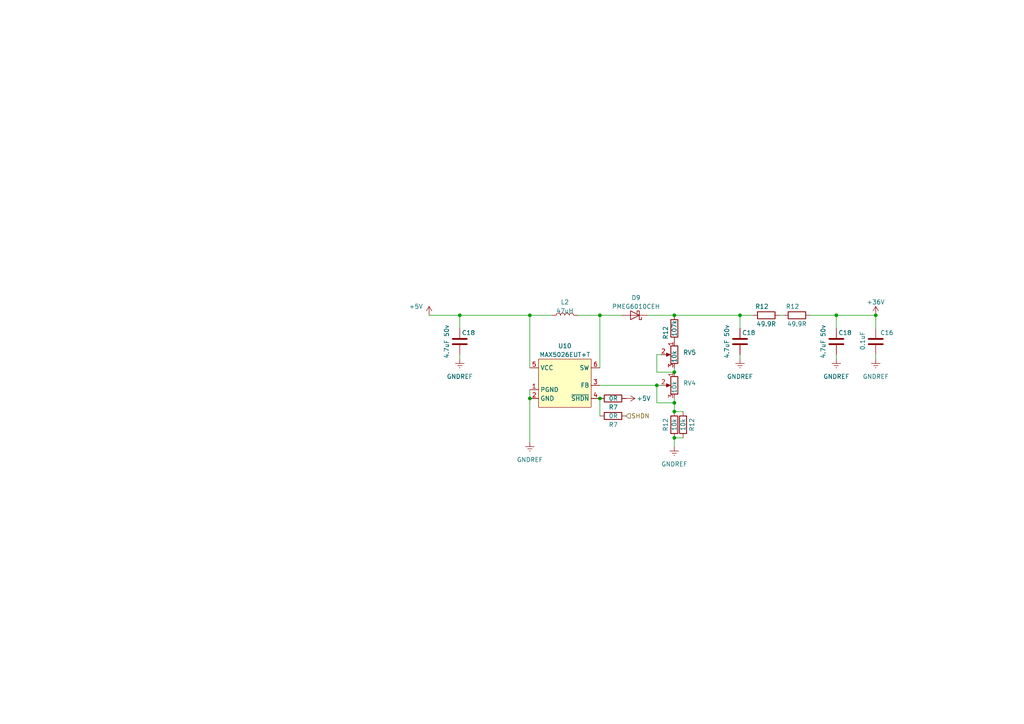
<source format=kicad_sch>
(kicad_sch (version 20230121) (generator eeschema)
  (paper "A4")
  (lib_symbols
    (symbol "Device:C" (pin_numbers hide) (pin_names (offset 0.254))
      (property "Reference" "C" (at 0.635 2.54 0))
      (property "Value" "C" (at 0.635 -2.54 0))
      (symbol "C_0_1"
        (polyline (pts (xy -2.032 -0.762) (xy 2.032 -0.762)) (stroke (width 0.508)))
        (polyline (pts (xy -2.032 0.762) (xy 2.032 0.762)) (stroke (width 0.508)))
      )
      (symbol "C_1_1"
        (pin passive line (at 0 3.81 270) (length 2.794) (name "~") (number "1"))
        (pin passive line (at 0 -3.81 90) (length 2.794) (name "~") (number "2"))
      )
    )
    (symbol "Device:L" (pin_numbers hide) (pin_names (offset 1.016) hide)
      (property "Reference" "L" (at -1.27 0 90))
      (property "Value" "L" (at 1.905 0 90))
      (symbol "L_0_1"
        (arc (start 0 -2.54) (mid 0.6323 -1.905) (end 0 -1.27))
        (arc (start 0 -1.27) (mid 0.6323 -0.635) (end 0 0))
        (arc (start 0 0) (mid 0.6323 0.635) (end 0 1.27))
        (arc (start 0 1.27) (mid 0.6323 1.905) (end 0 2.54))
      )
      (symbol "L_1_1"
        (pin passive line (at 0 3.81 270) (length 1.27) (name "1") (number "1"))
        (pin passive line (at 0 -3.81 90) (length 1.27) (name "2") (number "2"))
      )
    )
    (symbol "Device:R" (pin_numbers hide) (pin_names (offset 0))
      (property "Reference" "R" (at 2.032 0 90))
      (property "Value" "R" (at 0 0 90))
      (symbol "R_0_1"
        (rectangle (start -1.016 -2.54) (end 1.016 2.54) (stroke (width 0.254)))
      )
      (symbol "R_1_1"
        (pin passive line (at 0 3.81 270) (length 1.27) (name "~") (number "1"))
        (pin passive line (at 0 -3.81 90) (length 1.27) (name "~") (number "2"))
      )
    )
    (symbol "Device:R_Potentiometer" (pin_names (offset 1.016) hide)
      (property "Reference" "RV" (at -4.445 0 90))
      (property "Value" "R_Potentiometer" (at -2.54 0 90))
      (symbol "R_Potentiometer_0_1"
        (polyline (pts (xy 2.54 0) (xy 1.524 0)))
        (polyline (pts (xy 1.143 0) (xy 2.286 0.508) (xy 2.286 -0.508) (xy 1.143 0)) (fill (type outline)))
        (rectangle (start 1.016 2.54) (end -1.016 -2.54) (stroke (width 0.254)))
      )
      (symbol "R_Potentiometer_1_1"
        (pin passive line (at 0 3.81 270) (length 1.27) (name "1") (number "1"))
        (pin passive line (at 3.81 0 180) (length 1.27) (name "2") (number "2"))
        (pin passive line (at 0 -3.81 90) (length 1.27) (name "3") (number "3"))
      )
    )
    (symbol "Diode:PMEG6010CEH" (pin_numbers hide) (pin_names hide)
      (property "Reference" "D" (at 0 2.54 0))
      (property "Value" "PMEG6010CEH" (at 0 -2.54 0))
      (symbol "PMEG6010CEH_0_1"
        (polyline (pts (xy 1.27 0) (xy -1.27 0)))
        (polyline (pts (xy 1.27 1.27) (xy 1.27 -1.27) (xy -1.27 0) (xy 1.27 1.27)) (stroke (width 0.2032)))
        (polyline (pts (xy -1.905 0.635) (xy -1.905 1.27) (xy -1.27 1.27) (xy -1.27 -1.27) (xy -0.635 -1.27) (xy -0.635 -0.635)) (stroke (width 0.2032)))
      )
      (symbol "PMEG6010CEH_1_1"
        (pin passive line (at -3.81 0 0) (length 2.54) (name "K") (number "1"))
        (pin passive line (at 3.81 0 180) (length 2.54) (name "A") (number "2"))
      )
    )
    (symbol "adclib:MAX5026E"
      (property "Reference" "U" (at -7.62 7.62 0))
      (property "Value" "MAX5026EUT+T" (at 6.35 7.62 0))
      (symbol "MAX5026E_0_0"
        (pin power_in line (at -10.16 -2.54 0) (length 2.54) (name "PGND") (number "1"))
        (pin power_in line (at -10.16 -5.08 0) (length 2.54) (name "GND") (number "2"))
        (pin input line (at 10.16 -1.27 180) (length 2.54) (name "FB") (number "3"))
        (pin input line (at 10.16 -5.08 180) (length 2.54) (name "~{SHDN}") (number "4"))
        (pin power_in line (at -10.16 3.81 0) (length 2.54) (name "VCC") (number "5"))
        (pin power_in line (at 10.16 3.81 180) (length 2.54) (name "SW") (number "6"))
      )
      (symbol "MAX5026E_0_1"
        (rectangle (start -7.62 6.35) (end 7.62 -7.62) (fill (type background)))
      )
    )
    (symbol "power:+36V" (power) (pin_names (offset 0))
      (property "Value" "+36V" (at 0 3.556 0))
      (symbol "+36V_0_1"
        (polyline (pts (xy -0.762 1.27) (xy 0 2.54)))
        (polyline (pts (xy 0 0) (xy 0 2.54)))
        (polyline (pts (xy 0 2.54) (xy 0.762 1.27)))
      )
      (symbol "+36V_1_1"
        (pin power_in line (at 0 0 90) (length 0) hide (name "+36V") (number "1"))
      )
    )
    (symbol "power:+5V" (power) (pin_names (offset 0))
      (property "Value" "+5V" (at 0 3.556 0))
      (symbol "+5V_0_1"
        (polyline (pts (xy -0.762 1.27) (xy 0 2.54)))
        (polyline (pts (xy 0 0) (xy 0 2.54)))
        (polyline (pts (xy 0 2.54) (xy 0.762 1.27)))
      )
      (symbol "+5V_1_1"
        (pin power_in line (at 0 0 90) (length 0) hide (name "+5V") (number "1"))
      )
    )
    (symbol "power:GNDREF" (power) (pin_names (offset 0))
      (property "Value" "GNDREF" (at 0 -3.81 0))
      (symbol "GNDREF_0_1"
        (polyline (pts (xy -0.635 -1.905) (xy 0.635 -1.905)))
        (polyline (pts (xy -0.127 -2.54) (xy 0.127 -2.54)))
        (polyline (pts (xy 0 -1.27) (xy 0 0)))
        (polyline (pts (xy 1.27 -1.27) (xy -1.27 -1.27)))
      )
      (symbol "GNDREF_1_1"
        (pin power_in line (at 0 0 270) (length 0) hide (name "GNDREF") (number "1"))
      )
    )
  )
  (junction (at 153.67 115.57))
  (junction (at 195.58 107.95))
  (junction (at 195.58 116.84))
  (junction (at 214.63 91.44))
  (junction (at 254 91.44))
  (junction (at 153.67 91.44))
  (junction (at 195.58 127))
  (junction (at 242.57 91.44))
  (junction (at 133.35 91.44))
  (junction (at 173.99 115.57))
  (junction (at 173.99 91.44))
  (junction (at 195.58 119.38))
  (junction (at 195.58 91.44))
  (junction (at 190.5 111.76))
  (wire (pts (xy 242.57 102.87) (xy 242.57 104.14)))
  (wire (pts (xy 153.67 91.44) (xy 153.67 106.68)))
  (wire (pts (xy 254 91.44) (xy 254 95.25)))
  (wire (pts (xy 214.63 102.87) (xy 214.63 104.14)))
  (wire (pts (xy 195.58 119.38) (xy 198.12 119.38)))
  (wire (pts (xy 190.5 111.76) (xy 190.5 116.84)))
  (wire (pts (xy 214.63 95.25) (xy 214.63 91.44)))
  (wire (pts (xy 124.46 91.44) (xy 133.35 91.44)))
  (wire (pts (xy 153.67 115.57) (xy 153.67 128.27)))
  (wire (pts (xy 242.57 91.44) (xy 254 91.44)))
  (wire (pts (xy 187.96 91.44) (xy 195.58 91.44)))
  (wire (pts (xy 153.67 113.03) (xy 153.67 115.57)))
  (wire (pts (xy 167.64 91.44) (xy 173.99 91.44)))
  (wire (pts (xy 173.99 111.76) (xy 190.5 111.76)))
  (wire (pts (xy 242.57 91.44) (xy 234.95 91.44)))
  (wire (pts (xy 190.5 116.84) (xy 195.58 116.84)))
  (wire (pts (xy 214.63 91.44) (xy 218.44 91.44)))
  (wire (pts (xy 195.58 129.54) (xy 195.58 127)))
  (wire (pts (xy 190.5 111.76) (xy 191.77 111.76)))
  (wire (pts (xy 190.5 107.95) (xy 195.58 107.95)))
  (wire (pts (xy 173.99 91.44) (xy 173.99 106.68)))
  (wire (pts (xy 133.35 95.25) (xy 133.35 91.44)))
  (wire (pts (xy 254 104.14) (xy 254 102.87)))
  (wire (pts (xy 226.06 91.44) (xy 227.33 91.44)))
  (wire (pts (xy 195.58 107.95) (xy 195.58 106.68)))
  (wire (pts (xy 214.63 91.44) (xy 195.58 91.44)))
  (wire (pts (xy 190.5 102.87) (xy 190.5 107.95)))
  (wire (pts (xy 242.57 95.25) (xy 242.57 91.44)))
  (wire (pts (xy 160.02 91.44) (xy 153.67 91.44)))
  (wire (pts (xy 173.99 91.44) (xy 180.34 91.44)))
  (wire (pts (xy 190.5 102.87) (xy 191.77 102.87)))
  (wire (pts (xy 173.99 115.57) (xy 173.99 120.65)))
  (wire (pts (xy 133.35 102.87) (xy 133.35 104.14)))
  (wire (pts (xy 195.58 119.38) (xy 195.58 116.84)))
  (wire (pts (xy 195.58 116.84) (xy 195.58 115.57)))
  (wire (pts (xy 133.35 91.44) (xy 153.67 91.44)))
  (wire (pts (xy 195.58 127) (xy 198.12 127)))
  (hierarchical_label "SHDN" (shape input) (at 181.61 120.65 0))
  (symbol (lib_id "Device:C") (at 133.35 99.06 180) (unit 1)
    (property "Reference" "C18" (at 135.89 96.52 0))
    (property "Value" "4.7uF 50v" (at 129.54 99.06 90))
    (property "Footprint" "Capacitor_SMD:C_0805_2012Metric" (effects hide))
    (property "INFO" "DIGIKEY" (effects hide))
    (instances (project "ESP-methanesense" (path "" (reference "C18") (unit 1)) (path "" (reference "C9") (unit 1)) (path "" (reference "C16") (unit 1)) (path "" (reference "C29") (unit 1))) (project "opengeiger" (path "" (reference "C8") (unit 1))))
  )
  (symbol (lib_id "power:GNDREF") (at 242.57 104.14 0) (unit 1)
    (property "Reference" "#PWR043" (effects hide))
    (property "Value" "GNDREF" (at 242.57 109.22 0))
    (instances (project "ESP-methanesense" (path "" (reference "#PWR043") (unit 1)) (path "" (reference "#PWR046") (unit 1)) (path "" (reference "#PWR0103") (unit 1))) (project "opengeiger" (path "" (reference "#PWR032") (unit 1))))
  )
  (symbol (lib_id "Device:R") (at 177.8 115.57 270) (unit 1)
    (property "Reference" "R7" (at 176.53 118.11 90) (effects (justify left)))
    (property "Value" "0R" (at 176.53 115.57 90) (effects (justify left)))
    (property "Footprint" "Resistor_SMD:R_1206_3216Metric_Pad1.30x1.75mm_HandSolder" (effects hide))
    (property "Datasheet" "https://fscdn.rohm.com/en/products/databook/datasheet/passive/resistor/chip_resistor/ktr-e.pdf" (effects hide))
    (property "MPN" "KTR18EZPF0" (effects hide))
    (property "INFO" "DIGIKEY" (effects hide))
    (property "Supplier Part Number" "RHM0RAIDKR-ND" (effects hide))
    (property "PLACE" "NOPLACE" (effects hide))
    (instances (project "ESP-methanesense" (path "" (reference "R7") (unit 1)) (path "" (reference "R1") (unit 1)) (path "" (reference "R36") (unit 1))) (project "opengeiger" (path "" (reference "R30") (unit 1))))
  )
  (symbol (lib_id "adclib:MAX5026E") (at 163.83 110.49 0) (unit 1)
    (property "Reference" "U10" (at 163.83 100.33 0))
    (property "Value" "MAX5026EUT+T" (at 163.83 102.87 0))
    (property "Footprint" "Package_TO_SOT_SMD:TSOT-23-6" (effects hide))
    (property "Datasheet" "https://www.analog.com/media/en/technical-documentation/data-sheets/MAX5025-MAX5028.pdf" (effects hide))
  )
  (symbol (lib_id "Device:C") (at 214.63 99.06 180) (unit 1)
    (property "Reference" "C18" (at 217.17 96.52 0))
    (property "Value" "4.7uF 50v" (at 210.82 99.06 90))
    (property "Footprint" "Capacitor_SMD:C_0805_2012Metric" (effects hide))
    (property "INFO" "DIGIKEY" (effects hide))
    (instances (project "ESP-methanesense" (path "" (reference "C18") (unit 1)) (path "" (reference "C9") (unit 1)) (path "" (reference "C16") (unit 1)) (path "" (reference "C26") (unit 1))) (project "opengeiger" (path "" (reference "C8") (unit 1))))
  )
  (symbol (lib_id "power:GNDREF") (at 195.58 129.54 0) (unit 1)
    (property "Reference" "#PWR043" (effects hide))
    (property "Value" "GNDREF" (at 195.58 134.62 0))
    (instances (project "ESP-methanesense" (path "" (reference "#PWR043") (unit 1)) (path "" (reference "#PWR046") (unit 1)) (path "" (reference "#PWR098") (unit 1))) (project "opengeiger" (path "" (reference "#PWR032") (unit 1))))
  )
  (symbol (lib_id "Device:C") (at 254 99.06 0) (unit 1)
    (property "Reference" "C16" (at 255.27 96.52 0) (effects (justify left)))
    (property "Value" "0.1uF" (at 250.19 101.6 90) (effects (justify left)))
    (property "Footprint" "Capacitor_SMD:C_0603_1608Metric_Pad1.08x0.95mm_HandSolder" (effects hide))
    (property "MPN" "06035C104KAT4A" (effects hide))
    (property "INFO" "DIGIKEY" (effects hide))
    (property "Supplier Part Number" "478-10346-1-ND" (effects hide))
    (instances (project "ESP-methanesense" (path "" (reference "C16") (unit 1)) (path "" (reference "C1") (unit 1)) (path "" (reference "C28") (unit 1))) (project "opengeiger" (path "" (reference "C15") (unit 1))))
  )
  (symbol (lib_id "Diode:PMEG6010CEH") (at 184.15 91.44 180) (unit 1)
    (property "Reference" "D7" (at 184.4675 86.36 0))
    (property "Value" "PMEG6010CEH" (at 184.4675 88.9 0))
    (property "Footprint" "Diode_SMD:D_SOD-123F" (effects hide))
    (property "Datasheet" "https://assets.nexperia.com/documents/data-sheet/PMEG6010CEH_PMEG6010CEJ.pdf" (effects hide))
    (instances (project "ESP-methanesense" (path "" (reference "D9") (unit 1))))
  )
  (symbol (lib_id "power:+36V") (at 254 91.44 0) (unit 1)
    (property "Reference" "#PWR0100" (effects hide))
    (property "Value" "+36V" (at 254 87.63 0))
  )
  (symbol (lib_id "Device:R") (at 177.8 120.65 270) (unit 1)
    (property "Reference" "R7" (at 176.53 123.19 90) (effects (justify left)))
    (property "Value" "0R" (at 176.53 120.65 90) (effects (justify left)))
    (property "Footprint" "Resistor_SMD:R_1206_3216Metric_Pad1.30x1.75mm_HandSolder" (effects hide))
    (property "Datasheet" "https://fscdn.rohm.com/en/products/databook/datasheet/passive/resistor/chip_resistor/ktr-e.pdf" (effects hide))
    (property "MPN" "KTR18EZPF0" (effects hide))
    (property "INFO" "DIGIKEY" (effects hide))
    (property "Supplier Part Number" "RHM0RAIDKR-ND" (effects hide))
    (property "PLACE" "NOPLACE" (effects hide))
    (instances (project "ESP-methanesense" (path "" (reference "R7") (unit 1)) (path "" (reference "R1") (unit 1)) (path "" (reference "R37") (unit 1))) (project "opengeiger" (path "" (reference "R30") (unit 1))))
  )
  (symbol (lib_id "Device:R") (at 195.58 95.25 180) (unit 1)
    (property "Reference" "R12" (at 193.04 96.52 90))
    (property "Value" "107k" (at 195.58 95.25 90))
    (property "Footprint" "Resistor_SMD:R_0603_1608Metric_Pad0.98x0.95mm_HandSolder" (effects hide))
    (property "MPN" "RMCF0603JT5K10" (effects hide))
    (property "INFO" "DIGIKEY" (effects hide))
    (property "Supplier Part Number" "RMCF0603JT5K10DKR-ND" (effects hide))
    (instances (project "ESP-methanesense" (path "" (reference "R12") (unit 1)) (path "" (reference "R3") (unit 1)) (path "" (reference "R33") (unit 1))) (project "opengeiger" (path "" (reference "R14") (unit 1))))
  )
  (symbol (lib_id "Device:R") (at 222.25 91.44 90) (unit 1)
    (property "Reference" "R12" (at 220.98 88.9 90))
    (property "Value" "49.9R" (at 222.25 93.98 90))
    (property "Footprint" "Resistor_SMD:R_0603_1608Metric_Pad0.98x0.95mm_HandSolder" (effects hide))
    (property "MPN" "RMCF0603JT5K10" (effects hide))
    (property "INFO" "DIGIKEY" (effects hide))
    (property "Supplier Part Number" "RMCF0603JT5K10DKR-ND" (effects hide))
    (instances (project "ESP-methanesense" (path "" (reference "R12") (unit 1)) (path "" (reference "R3") (unit 1)) (path "" (reference "R34") (unit 1))) (project "opengeiger" (path "" (reference "R14") (unit 1))))
  )
  (symbol (lib_id "power:+5V") (at 181.61 115.57 270) (unit 1)
    (property "Reference" "#PWR05" (effects hide))
    (property "Value" "+5V" (at 186.69 115.57 90))
    (instances (project "ESP-methanesense" (path "" (reference "#PWR05") (unit 1)) (path "" (reference "#PWR01") (unit 1)) (path "" (reference "#PWR01") (unit 1)) (path "" (reference "#PWR0106") (unit 1))) (project "opengeiger" (path "" (reference "#PWR06") (unit 1))))
  )
  (symbol (lib_id "Device:R_Potentiometer") (at 195.58 111.76 0) (mirror y) (unit 1)
    (property "Reference" "RV2" (at 198.12 111.125 0) (effects (justify right)))
    (property "Value" "10k" (at 195.58 110.49 90) (effects (justify right)))
    (instances (project "ESP-methanesense" (path "" (reference "RV4") (unit 1))))
  )
  (symbol (lib_id "power:GNDREF") (at 254 104.14 0) (unit 1)
    (property "Reference" "#PWR043" (effects hide))
    (property "Value" "GNDREF" (at 254 109.22 0))
    (instances (project "ESP-methanesense" (path "" (reference "#PWR043") (unit 1)) (path "" (reference "#PWR046") (unit 1)) (path "" (reference "#PWR0104") (unit 1))) (project "opengeiger" (path "" (reference "#PWR032") (unit 1))))
  )
  (symbol (lib_id "Device:R") (at 195.58 123.19 180) (unit 1)
    (property "Reference" "R12" (at 193.04 123.19 90))
    (property "Value" "10k" (at 195.58 123.19 90))
    (property "Footprint" "Resistor_SMD:R_0603_1608Metric_Pad0.98x0.95mm_HandSolder" (effects hide))
    (property "MPN" "RMCF0603JT5K10" (effects hide))
    (property "INFO" "DIGIKEY" (effects hide))
    (property "Supplier Part Number" "RMCF0603JT5K10DKR-ND" (effects hide))
    (instances (project "ESP-methanesense" (path "" (reference "R12") (unit 1)) (path "" (reference "R3") (unit 1)) (path "" (reference "R25") (unit 1))) (project "opengeiger" (path "" (reference "R14") (unit 1))))
  )
  (symbol (lib_id "Device:R_Potentiometer") (at 195.58 102.87 0) (mirror y) (unit 1)
    (property "Reference" "RV2" (at 198.12 102.235 0) (effects (justify right)))
    (property "Value" "10k" (at 195.58 101.6 90) (effects (justify right)))
    (instances (project "ESP-methanesense" (path "" (reference "RV5") (unit 1))))
  )
  (symbol (lib_id "power:GNDREF") (at 214.63 104.14 0) (unit 1)
    (property "Reference" "#PWR043" (effects hide))
    (property "Value" "GNDREF" (at 214.63 109.22 0))
    (instances (project "ESP-methanesense" (path "" (reference "#PWR043") (unit 1)) (path "" (reference "#PWR046") (unit 1)) (path "" (reference "#PWR0101") (unit 1))) (project "opengeiger" (path "" (reference "#PWR032") (unit 1))))
  )
  (symbol (lib_id "power:GNDREF") (at 153.67 128.27 0) (unit 1)
    (property "Reference" "#PWR043" (effects hide))
    (property "Value" "GNDREF" (at 153.67 133.35 0))
    (instances (project "ESP-methanesense" (path "" (reference "#PWR043") (unit 1)) (path "" (reference "#PWR046") (unit 1)) (path "" (reference "#PWR099") (unit 1))) (project "opengeiger" (path "" (reference "#PWR032") (unit 1))))
  )
  (symbol (lib_id "Device:L") (at 163.83 91.44 90) (unit 1)
    (property "Reference" "L2" (at 163.83 87.63 90))
    (property "Value" "47uH" (at 163.83 90.17 90))
  )
  (symbol (lib_id "Device:R") (at 231.14 91.44 90) (unit 1)
    (property "Reference" "R12" (at 229.87 88.9 90))
    (property "Value" "49.9R" (at 231.14 93.98 90))
    (property "Footprint" "Resistor_SMD:R_0603_1608Metric_Pad0.98x0.95mm_HandSolder" (effects hide))
    (property "MPN" "RMCF0603JT5K10" (effects hide))
    (property "INFO" "DIGIKEY" (effects hide))
    (property "Supplier Part Number" "RMCF0603JT5K10DKR-ND" (effects hide))
    (instances (project "ESP-methanesense" (path "" (reference "R12") (unit 1)) (path "" (reference "R3") (unit 1)) (path "" (reference "R35") (unit 1))) (project "opengeiger" (path "" (reference "R14") (unit 1))))
  )
  (symbol (lib_id "Device:R") (at 198.12 123.19 0) (mirror x) (unit 1)
    (property "Reference" "R12" (at 200.66 123.19 90))
    (property "Value" "10k" (at 198.12 123.19 90))
    (property "Footprint" "Resistor_SMD:R_0603_1608Metric_Pad0.98x0.95mm_HandSolder" (effects hide))
    (property "MPN" "RMCF0603JT5K10" (effects hide))
    (property "INFO" "DIGIKEY" (effects hide))
    (property "Supplier Part Number" "RMCF0603JT5K10DKR-ND" (effects hide))
    (instances (project "ESP-methanesense" (path "" (reference "R12") (unit 1)) (path "" (reference "R3") (unit 1)) (path "" (reference "R32") (unit 1))) (project "opengeiger" (path "" (reference "R14") (unit 1))))
  )
  (symbol (lib_id "power:GNDREF") (at 133.35 104.14 0) (unit 1)
    (property "Reference" "#PWR043" (effects hide))
    (property "Value" "GNDREF" (at 133.35 109.22 0))
    (instances (project "ESP-methanesense" (path "" (reference "#PWR043") (unit 1)) (path "" (reference "#PWR046") (unit 1)) (path "" (reference "#PWR0105") (unit 1))) (project "opengeiger" (path "" (reference "#PWR032") (unit 1))))
  )
  (symbol (lib_id "Device:C") (at 242.57 99.06 180) (unit 1)
    (property "Reference" "C18" (at 245.11 96.52 0))
    (property "Value" "4.7uF 50v" (at 238.76 99.06 90))
    (property "Footprint" "Capacitor_SMD:C_0805_2012Metric" (effects hide))
    (property "INFO" "DIGIKEY" (effects hide))
    (instances (project "ESP-methanesense" (path "" (reference "C18") (unit 1)) (path "" (reference "C9") (unit 1)) (path "" (reference "C16") (unit 1)) (path "" (reference "C27") (unit 1))) (project "opengeiger" (path "" (reference "C8") (unit 1))))
  )
  (symbol (lib_id "power:+5V") (at 124.46 91.44 0) (unit 1)
    (property "Reference" "#PWR05" (effects hide))
    (property "Value" "+5V" (at 120.65 88.9 0))
    (instances (project "ESP-methanesense" (path "" (reference "#PWR05") (unit 1)) (path "" (reference "#PWR01") (unit 1)) (path "" (reference "#PWR01") (unit 1)) (path "" (reference "#PWR0102") (unit 1))) (project "opengeiger" (path "" (reference "#PWR06") (unit 1))))
  )
)
</source>
